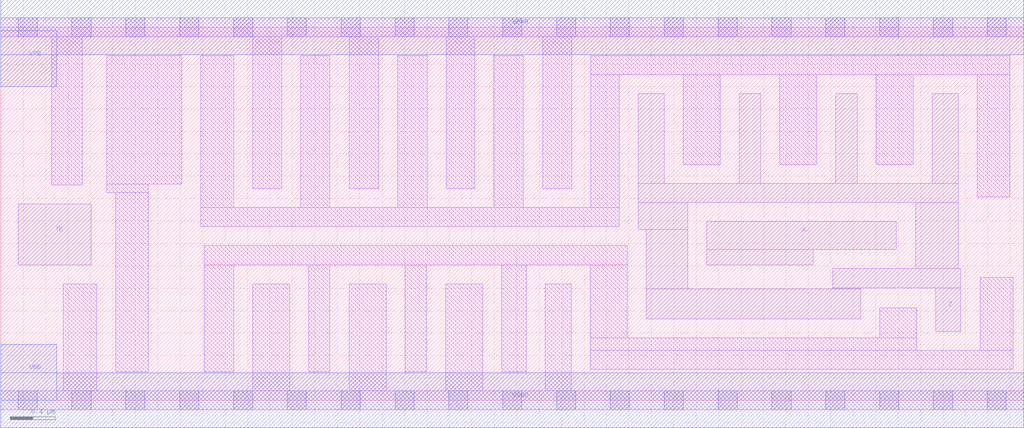
<source format=lef>
# Copyright 2020 The SkyWater PDK Authors
#
# Licensed under the Apache License, Version 2.0 (the "License");
# you may not use this file except in compliance with the License.
# You may obtain a copy of the License at
#
#     https://www.apache.org/licenses/LICENSE-2.0
#
# Unless required by applicable law or agreed to in writing, software
# distributed under the License is distributed on an "AS IS" BASIS,
# WITHOUT WARRANTIES OR CONDITIONS OF ANY KIND, either express or implied.
# See the License for the specific language governing permissions and
# limitations under the License.
#
# SPDX-License-Identifier: Apache-2.0

VERSION 5.5 ;
NAMESCASESENSITIVE ON ;
BUSBITCHARS "[]" ;
DIVIDERCHAR "/" ;
MACRO sky130_fd_sc_lp__einvp_8
  CLASS CORE ;
  SOURCE USER ;
  ORIGIN  0.000000  0.000000 ;
  SIZE  9.120000 BY  3.330000 ;
  SYMMETRY X Y R90 ;
  SITE unit ;
  PIN A
    ANTENNAGATEAREA  2.520000 ;
    DIRECTION INPUT ;
    USE SIGNAL ;
    PORT
      LAYER li1 ;
        RECT 6.295000 1.210000 7.245000 1.345000 ;
        RECT 6.295000 1.345000 7.985000 1.595000 ;
    END
  END A
  PIN TE
    ANTENNAGATEAREA  1.323000 ;
    DIRECTION INPUT ;
    USE SIGNAL ;
    PORT
      LAYER li1 ;
        RECT 0.155000 1.210000 0.805000 1.750000 ;
    END
  END TE
  PIN Z
    ANTENNADIFFAREA  2.352000 ;
    DIRECTION OUTPUT ;
    USE SIGNAL ;
    PORT
      LAYER li1 ;
        RECT 5.685000 1.525000 6.125000 1.765000 ;
        RECT 5.685000 1.765000 8.535000 1.935000 ;
        RECT 5.685000 1.935000 5.915000 2.735000 ;
        RECT 5.755000 0.725000 7.665000 0.995000 ;
        RECT 5.755000 0.995000 6.125000 1.525000 ;
        RECT 6.585000 1.935000 6.775000 2.735000 ;
        RECT 7.415000 0.995000 7.665000 1.005000 ;
        RECT 7.415000 1.005000 8.560000 1.175000 ;
        RECT 7.445000 1.935000 7.635000 2.735000 ;
        RECT 8.155000 1.175000 8.535000 1.765000 ;
        RECT 8.305000 1.935000 8.535000 2.735000 ;
        RECT 8.335000 0.615000 8.560000 1.005000 ;
    END
  END Z
  PIN VGND
    DIRECTION INOUT ;
    USE GROUND ;
    PORT
      LAYER met1 ;
        RECT 0.000000 -0.245000 9.120000 0.245000 ;
    END
  END VGND
  PIN VNB
    DIRECTION INOUT ;
    USE GROUND ;
    PORT
      LAYER met1 ;
        RECT 0.000000 0.000000 0.500000 0.500000 ;
    END
  END VNB
  PIN VPB
    DIRECTION INOUT ;
    USE POWER ;
    PORT
      LAYER met1 ;
        RECT 0.000000 2.800000 0.500000 3.300000 ;
    END
  END VPB
  PIN VPWR
    DIRECTION INOUT ;
    USE POWER ;
    PORT
      LAYER met1 ;
        RECT 0.000000 3.085000 9.120000 3.575000 ;
    END
  END VPWR
  OBS
    LAYER li1 ;
      RECT 0.000000 -0.085000 9.120000 0.085000 ;
      RECT 0.000000  3.245000 9.120000 3.415000 ;
      RECT 0.455000  1.920000 0.725000 3.245000 ;
      RECT 0.555000  0.085000 0.855000 1.040000 ;
      RECT 0.945000  1.855000 1.315000 1.930000 ;
      RECT 0.945000  1.930000 1.615000 3.075000 ;
      RECT 1.025000  0.255000 1.315000 1.855000 ;
      RECT 1.785000  1.550000 5.515000 1.720000 ;
      RECT 1.785000  1.720000 2.075000 3.075000 ;
      RECT 1.815000  0.255000 2.075000 1.210000 ;
      RECT 1.815000  1.210000 5.585000 1.380000 ;
      RECT 2.245000  0.085000 2.575000 1.040000 ;
      RECT 2.245000  1.890000 2.505000 3.245000 ;
      RECT 2.675000  1.720000 2.935000 3.075000 ;
      RECT 2.745000  0.255000 2.935000 1.210000 ;
      RECT 3.105000  0.085000 3.435000 1.040000 ;
      RECT 3.105000  1.890000 3.370000 3.245000 ;
      RECT 3.540000  1.720000 3.800000 3.075000 ;
      RECT 3.605000  0.255000 3.795000 1.210000 ;
      RECT 3.965000  0.085000 4.295000 1.040000 ;
      RECT 3.970000  1.890000 4.225000 3.245000 ;
      RECT 4.395000  1.720000 4.660000 3.075000 ;
      RECT 4.465000  0.255000 4.685000 1.210000 ;
      RECT 4.830000  1.890000 5.090000 3.245000 ;
      RECT 4.855000  0.085000 5.085000 1.040000 ;
      RECT 5.255000  0.275000 9.025000 0.445000 ;
      RECT 5.255000  0.445000 8.165000 0.555000 ;
      RECT 5.255000  0.555000 5.585000 1.210000 ;
      RECT 5.260000  1.720000 5.515000 2.905000 ;
      RECT 5.260000  2.905000 8.995000 3.075000 ;
      RECT 6.085000  2.105000 6.415000 2.905000 ;
      RECT 6.945000  2.105000 7.275000 2.905000 ;
      RECT 7.805000  2.105000 8.135000 2.905000 ;
      RECT 7.835000  0.555000 8.165000 0.825000 ;
      RECT 8.705000  1.815000 8.995000 2.905000 ;
      RECT 8.730000  0.445000 9.025000 1.095000 ;
    LAYER mcon ;
      RECT 0.155000 -0.085000 0.325000 0.085000 ;
      RECT 0.155000  3.245000 0.325000 3.415000 ;
      RECT 0.635000 -0.085000 0.805000 0.085000 ;
      RECT 0.635000  3.245000 0.805000 3.415000 ;
      RECT 1.115000 -0.085000 1.285000 0.085000 ;
      RECT 1.115000  3.245000 1.285000 3.415000 ;
      RECT 1.595000 -0.085000 1.765000 0.085000 ;
      RECT 1.595000  3.245000 1.765000 3.415000 ;
      RECT 2.075000 -0.085000 2.245000 0.085000 ;
      RECT 2.075000  3.245000 2.245000 3.415000 ;
      RECT 2.555000 -0.085000 2.725000 0.085000 ;
      RECT 2.555000  3.245000 2.725000 3.415000 ;
      RECT 3.035000 -0.085000 3.205000 0.085000 ;
      RECT 3.035000  3.245000 3.205000 3.415000 ;
      RECT 3.515000 -0.085000 3.685000 0.085000 ;
      RECT 3.515000  3.245000 3.685000 3.415000 ;
      RECT 3.995000 -0.085000 4.165000 0.085000 ;
      RECT 3.995000  3.245000 4.165000 3.415000 ;
      RECT 4.475000 -0.085000 4.645000 0.085000 ;
      RECT 4.475000  3.245000 4.645000 3.415000 ;
      RECT 4.955000 -0.085000 5.125000 0.085000 ;
      RECT 4.955000  3.245000 5.125000 3.415000 ;
      RECT 5.435000 -0.085000 5.605000 0.085000 ;
      RECT 5.435000  3.245000 5.605000 3.415000 ;
      RECT 5.915000 -0.085000 6.085000 0.085000 ;
      RECT 5.915000  3.245000 6.085000 3.415000 ;
      RECT 6.395000 -0.085000 6.565000 0.085000 ;
      RECT 6.395000  3.245000 6.565000 3.415000 ;
      RECT 6.875000 -0.085000 7.045000 0.085000 ;
      RECT 6.875000  3.245000 7.045000 3.415000 ;
      RECT 7.355000 -0.085000 7.525000 0.085000 ;
      RECT 7.355000  3.245000 7.525000 3.415000 ;
      RECT 7.835000 -0.085000 8.005000 0.085000 ;
      RECT 7.835000  3.245000 8.005000 3.415000 ;
      RECT 8.315000 -0.085000 8.485000 0.085000 ;
      RECT 8.315000  3.245000 8.485000 3.415000 ;
      RECT 8.795000 -0.085000 8.965000 0.085000 ;
      RECT 8.795000  3.245000 8.965000 3.415000 ;
  END
END sky130_fd_sc_lp__einvp_8
END LIBRARY

</source>
